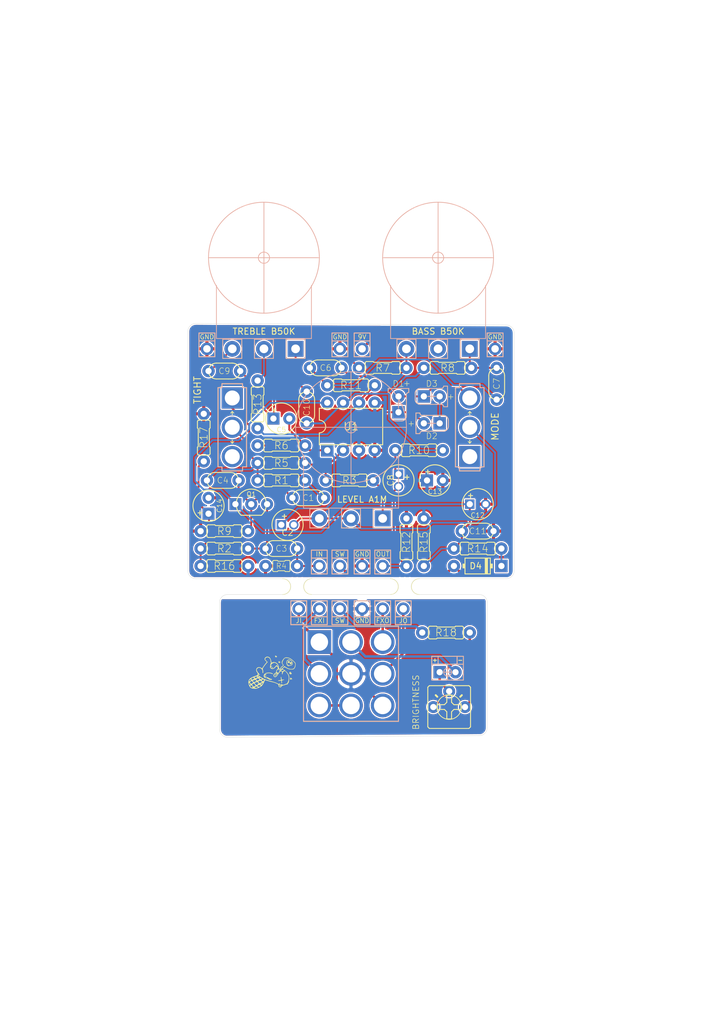
<source format=kicad_pcb>
(kicad_pcb (version 20171130) (host pcbnew "(5.1.8-0-10_14)")
  (layers (0 F.Cu signal) (31 B.Cu signal) (34 B.Paste user) (35 F.Paste user) (36 B.SilkS user) (37 F.SilkS user) (38 B.Mask user) (39 F.Mask user) (44 Edge.Cuts user))
  (net 0 "")
  (net 1 "Net-(C1-Pad2)")
  (net 2 "Net-(C1-Pad1)")
  (net 3 "Net-(C2-Pad2)")
  (net 4 "Net-(C2-Pad1)")
  (net 5 "Net-(C3-Pad2)")
  (net 6 "Net-(C3-Pad1)")
  (net 7 "Net-(C4-Pad1)")
  (net 8 "Net-(C5-Pad1)")
  (net 9 "Net-(C6-Pad2)")
  (net 10 "Net-(C6-Pad1)")
  (net 11 "Net-(C7-Pad1)")
  (net 12 "Net-(C8-Pad2)")
  (net 13 "Net-(C8-Pad1)")
  (net 14 "Net-(C9-Pad1)")
  (net 15 "Net-(C10-Pad2)")
  (net 16 "Net-(C10-Pad1)")
  (net 17 GND)
  (net 18 VA)
  (net 19 VB)
  (net 20 VC)
  (net 21 "Net-(D1-Pad2)")
  (net 22 "Net-(D1-Pad1)")
  (net 23 "Net-(D2-Pad1)")
  (net 24 "Net-(D4-Pad1)")
  (net 25 "Net-(D4-Pad2)")
  (net 26 "Net-(D5-Pad2)")
  (net 27 "Net-(D5-Pad1)")
  (net 28 "Net-(H7-Pad1)")
  (net 29 "Net-(H8-Pad1)")
  (net 30 "Net-(H10-Pad1)")
  (net 31 GND2)
  (net 32 "Net-(H13-Pad1)")
  (net 33 "Net-(H14-Pad1)")
  (net 34 "Net-(R3-Pad1)")
  (net 35 "Net-(R11-Pad2)")
  (net 36 "Net-(R13-Pad2)")
  (net 37 "Net-(R18-Pad2)")
  (net 38 "Net-(RV2-Pad2)")
  (net 39 "Net-(S1-PadP$3)")
  (net 40 "Net-(SW1-Pad1)")
  (net 41 "Net-(SW2-Pad3)")
  (module diodes:3MM_IO (layer F.Cu) (at 105.41 132.334 180)
    (fp_text reference D5 hide)
    (fp_text value LED hide)
    (pad 2 thru_hole rect (at 1.27 0) (size 2 2) (drill 1) (layers *.Cu *.Mask) (net 26 "Net-(D5-Pad2)"))
    (pad 1 thru_hole circle (at -1.27 0) (size 2 2) (drill 1) (layers *.Cu *.Mask) (net 27 "Net-(D5-Pad1)"))
  )
  (module logo:beaver (layer F.Cu) (at 77.216 132.334)
    (fp_text reference G*** hide)
    (fp_text value LOGO hide)
  )
  (module Panelization:mouse-bite-2.54mm-slot (layer F.Cu) (at 98.552 118.618)
    (fp_text reference mouse-bite-2.54mm-slot hide)
    (fp_text value VAL** hide)
    (pad "" np_thru_hole circle (at 0.8 1.1) (size 0.5 0.5) (drill 0.5) (layers *.Cu *.Mask))
    (pad "" np_thru_hole circle (at -0.8 1.1) (size 0.5 0.5) (drill 0.5) (layers *.Cu *.Mask))
    (pad "" np_thru_hole circle (at -0.8 -1.1) (size 0.5 0.5) (drill 0.5) (layers *.Cu *.Mask))
    (pad "" np_thru_hole circle (at 0.8 -1.1) (size 0.5 0.5) (drill 0.5) (layers *.Cu *.Mask))
    (pad "" np_thru_hole circle (at 0 1.1) (size 0.5 0.5) (drill 0.5) (layers *.Cu *.Mask))
    (pad "" np_thru_hole circle (at 0 -1.1) (size 0.5 0.5) (drill 0.5) (layers *.Cu *.Mask))
  )
  (module Panelization:mouse-bite-2.54mm-slot (layer F.Cu) (at 81.28 118.618)
    (fp_text reference mouse-bite-2.54mm-slot hide)
    (fp_text value VAL** hide)
    (pad "" np_thru_hole circle (at 0.8 1.1) (size 0.5 0.5) (drill 0.5) (layers *.Cu *.Mask))
    (pad "" np_thru_hole circle (at -0.8 1.1) (size 0.5 0.5) (drill 0.5) (layers *.Cu *.Mask))
    (pad "" np_thru_hole circle (at -0.8 -1.1) (size 0.5 0.5) (drill 0.5) (layers *.Cu *.Mask))
    (pad "" np_thru_hole circle (at 0.8 -1.1) (size 0.5 0.5) (drill 0.5) (layers *.Cu *.Mask))
    (pad "" np_thru_hole circle (at 0 1.1) (size 0.5 0.5) (drill 0.5) (layers *.Cu *.Mask))
    (pad "" np_thru_hole circle (at 0 -1.1) (size 0.5 0.5) (drill 0.5) (layers *.Cu *.Mask))
  )
  (module integrated_circuits:DIP08 (layer F.Cu) (at 89.916 92.964)
    (fp_text reference U1 (at 0 0) (layer F.SilkS) (effects (font (size 1.2065 1.2065) (thickness 0.1524))))
    (fp_text value LM1458 hide)
    (pad 8 thru_hole oval (at -3.81 -3.81 90) (size 2 2) (drill 1) (layers *.Cu *.Mask) (net 18 VA))
    (pad 7 thru_hole oval (at -1.27 -3.81 90) (size 2 2) (drill 1) (layers *.Cu *.Mask) (net 16 "Net-(C10-Pad1)"))
    (pad 6 thru_hole oval (at 1.27 -3.81 90) (size 2 2) (drill 1) (layers *.Cu *.Mask) (net 35 "Net-(R11-Pad2)"))
    (pad 5 thru_hole oval (at 3.81 -3.81 90) (size 2 2) (drill 1) (layers *.Cu *.Mask) (net 19 VB))
    (pad 4 thru_hole oval (at 3.81 3.81 90) (size 2 2) (drill 1) (layers *.Cu *.Mask) (net 17 GND))
    (pad 3 thru_hole oval (at 1.27 3.81 90) (size 2 2) (drill 1) (layers *.Cu *.Mask) (net 19 VB))
    (pad 2 thru_hole oval (at -1.27 3.81 90) (size 2 2) (drill 1) (layers *.Cu *.Mask) (net 22 "Net-(D1-Pad1)"))
    (pad 1 thru_hole rect (at -3.81 3.81 90) (size 2 2) (drill 1) (layers *.Cu *.Mask) (net 4 "Net-(C2-Pad1)"))
  )
  (module switches:SPDT.LUGS (layer F.Cu) (at 70.866 93.091)
    (fp_text reference SW2 hide)
    (fp_text value TIGHT (at -5.588 -5.969 270) (layer F.SilkS) (effects (font (size 1.1 1.1))))
    (pad 3 thru_hole oval (at 0 4.699) (size 3.416 3.416) (drill 2.4) (layers *.Cu *.Mask) (net 41 "Net-(SW2-Pad3)"))
    (pad 2 thru_hole oval (at 0 0) (size 3.416 3.416) (drill 2.4) (layers *.Cu *.Mask) (net 7 "Net-(C4-Pad1)"))
    (pad 1 thru_hole rect (at 0 -4.699) (size 3.416 3.416) (drill 2.4) (layers *.Cu *.Mask) (net 2 "Net-(C1-Pad1)"))
  )
  (module switches:SPDT.LUGS (layer F.Cu) (at 108.966 93.091 180)
    (fp_text reference SW1 hide)
    (fp_text value MODE (at -4.064 0.127 90) (layer F.SilkS) (effects (font (size 1.1 1.1))))
    (pad 3 thru_hole oval (at 0 4.699 180) (size 3.416 3.416) (drill 2.4) (layers *.Cu *.Mask) (net 21 "Net-(D1-Pad2)"))
    (pad 2 thru_hole oval (at 0 0 180) (size 3.416 3.416) (drill 2.4) (layers *.Cu *.Mask) (net 3 "Net-(C2-Pad2)"))
    (pad 1 thru_hole rect (at 0 -4.699 180) (size 3.416 3.416) (drill 2.4) (layers *.Cu *.Mask) (net 40 "Net-(SW1-Pad1)"))
  )
  (module SparkFun-Electromechanical:3PDT.LUGS.SPF (layer F.Cu) (at 89.916 132.588)
    (fp_text reference S1 hide)
    (fp_text value SWITCH-3PDT hide)
    (pad P$1 thru_hole rect (at -5.08 -5.08 180) (size 3.816 3.816) (drill 2.8) (layers *.Cu *.Mask) (net 28 "Net-(H7-Pad1)"))
    (pad P$2 thru_hole oval (at -5.08 0 180) (size 3.816 3.816) (drill 2.8) (layers *.Cu *.Mask) (net 29 "Net-(H8-Pad1)"))
    (pad P$3 thru_hole oval (at -5.08 5.08 180) (size 3.816 3.816) (drill 2.8) (layers *.Cu *.Mask) (net 39 "Net-(S1-PadP$3)"))
    (pad P$4 thru_hole oval (at 0 -5.08 180) (size 3.816 3.816) (drill 2.8) (layers *.Cu *.Mask) (net 27 "Net-(D5-Pad1)"))
    (pad P$5 thru_hole oval (at 0 0 180) (size 3.816 3.816) (drill 2.8) (layers *.Cu *.Mask) (net 31 GND2))
    (pad P$6 thru_hole oval (at 0 5.08 180) (size 3.816 3.816) (drill 2.8) (layers *.Cu *.Mask) (net 39 "Net-(S1-PadP$3)"))
    (pad P$7 thru_hole oval (at 5.08 -5.08 180) (size 3.816 3.816) (drill 2.8) (layers *.Cu *.Mask) (net 32 "Net-(H13-Pad1)"))
    (pad P$8 thru_hole oval (at 5.08 0 180) (size 3.816 3.816) (drill 2.8) (layers *.Cu *.Mask) (net 33 "Net-(H14-Pad1)"))
    (pad P$9 thru_hole oval (at 5.08 5.08 180) (size 3.816 3.816) (drill 2.8) (layers *.Cu *.Mask) (net 28 "Net-(H7-Pad1)"))
  )
  (module potentiometers:TRIM1 (layer F.Cu) (at 105.664 137.922)
    (fp_text reference RV4 hide)
    (fp_text value BRIGHTNESS (at -5.334 -0.762 90) (layer F.SilkS) (effects (font (size 0.9652 0.9652) (thickness 0.1))))
    (pad 3 thru_hole oval (at 2.54 0) (size 1.9304 1.9304) (drill 1) (layers *.Cu *.Mask) (net 37 "Net-(R18-Pad2)"))
    (pad 2 thru_hole oval (at 0 -2.54) (size 1.9304 1.9304) (drill 1) (layers *.Cu *.Mask) (net 26 "Net-(D5-Pad2)"))
    (pad 1 thru_hole oval (at -2.54 0) (size 1.9304 1.9304) (drill 1) (layers *.Cu *.Mask) (net 26 "Net-(D5-Pad2)"))
  )
  (module potentiometers:16MM_B.MOUNT (layer F.Cu) (at 75.946 80.518)
    (fp_text reference RV3 hide)
    (fp_text value "TREBLE B50K" (at 0 -2.794) (layer F.SilkS))
    (pad 3 thru_hole oval (at -5.08 0 180) (size 2.54 2.54) (drill 1.4) (layers *.Cu *.Mask) (net 14 "Net-(C9-Pad1)"))
    (pad 2 thru_hole oval (at 0 0 180) (size 2.54 2.54) (drill 1.4) (layers *.Cu *.Mask) (net 36 "Net-(R13-Pad2)"))
    (pad 1 thru_hole rect (at 5.08 0 180) (size 2.54 2.54) (drill 1.4) (layers *.Cu *.Mask) (net 15 "Net-(C10-Pad2)"))
  )
  (module potentiometers:16MM_B.MOUNT (layer F.Cu) (at 103.886 80.518)
    (fp_text reference RV2 hide)
    (fp_text value "BASS B50K" (at 0 -2.794) (layer F.SilkS))
    (pad 3 thru_hole oval (at -5.08 0 180) (size 2.54 2.54) (drill 1.4) (layers *.Cu *.Mask) (net 10 "Net-(C6-Pad1)"))
    (pad 2 thru_hole oval (at 0 0 180) (size 2.54 2.54) (drill 1.4) (layers *.Cu *.Mask) (net 38 "Net-(RV2-Pad2)"))
    (pad 1 thru_hole rect (at 5.08 0 180) (size 2.54 2.54) (drill 1.4) (layers *.Cu *.Mask) (net 11 "Net-(C7-Pad1)"))
  )
  (module potentiometers:16MM_B.MOUNT (layer F.Cu) (at 89.916 107.696)
    (fp_text reference RV1 hide)
    (fp_text value "LEVEL A1M" (at 1.778 -3.048) (layer F.SilkS))
    (pad 3 thru_hole oval (at -5.08 0 180) (size 2.54 2.54) (drill 1.4) (layers *.Cu *.Mask) (net 3 "Net-(C2-Pad2)"))
    (pad 2 thru_hole oval (at 0 0 180) (size 2.54 2.54) (drill 1.4) (layers *.Cu *.Mask) (net 3 "Net-(C2-Pad2)"))
    (pad 1 thru_hole rect (at 5.08 0 180) (size 2.54 2.54) (drill 1.4) (layers *.Cu *.Mask) (net 34 "Net-(R3-Pad1)"))
  )
  (module resistors:0.3%22.B (layer F.Cu) (at 105.156 125.984)
    (fp_text reference R18 (at 0 0) (layer F.SilkS) (effects (font (size 1.2065 1.2065) (thickness 0.1016))))
    (fp_text value 470R hide)
    (pad 2 thru_hole oval (at 3.81 0) (size 2 2) (drill 1) (layers *.Cu *.Mask) (net 37 "Net-(R18-Pad2)"))
    (pad 1 thru_hole oval (at -3.81 0) (size 2 2) (drill 1) (layers *.Cu *.Mask) (net 30 "Net-(H10-Pad1)"))
  )
  (module resistors:0.3%22.B (layer F.Cu) (at 66.294 94.742 90)
    (fp_text reference R17 (at 0 0 90) (layer F.SilkS) (effects (font (size 1.2065 1.2065) (thickness 0.1016))))
    (fp_text value 15K hide)
    (pad 2 thru_hole oval (at 3.81 0 90) (size 2 2) (drill 1) (layers *.Cu *.Mask) (net 17 GND))
    (pad 1 thru_hole oval (at -3.81 0 90) (size 2 2) (drill 1) (layers *.Cu *.Mask) (net 20 VC))
  )
  (module resistors:0.3%22.B (layer F.Cu) (at 69.596 115.316)
    (fp_text reference R16 (at 0 0) (layer F.SilkS) (effects (font (size 1.2065 1.2065) (thickness 0.1016))))
    (fp_text value 6K8 hide)
    (pad 2 thru_hole oval (at 3.81 0) (size 2 2) (drill 1) (layers *.Cu *.Mask) (net 19 VB))
    (pad 1 thru_hole oval (at -3.81 0) (size 2 2) (drill 1) (layers *.Cu *.Mask) (net 20 VC))
  )
  (module resistors:0.3%22.B (layer F.Cu) (at 101.6 111.506 270)
    (fp_text reference R15 (at 0 0 90) (layer F.SilkS) (effects (font (size 1.2065 1.2065) (thickness 0.1016))))
    (fp_text value 22K hide)
    (pad 2 thru_hole oval (at 3.81 0 270) (size 2 2) (drill 1) (layers *.Cu *.Mask) (net 18 VA))
    (pad 1 thru_hole oval (at -3.81 0 270) (size 2 2) (drill 1) (layers *.Cu *.Mask) (net 19 VB))
  )
  (module resistors:0.3%22.B (layer F.Cu) (at 110.236 112.522)
    (fp_text reference R14 (at 0 0) (layer F.SilkS) (effects (font (size 1.2065 1.2065) (thickness 0.1016))))
    (fp_text value 100R hide)
    (pad 2 thru_hole oval (at 3.81 0) (size 2 2) (drill 1) (layers *.Cu *.Mask) (net 24 "Net-(D4-Pad1)"))
    (pad 1 thru_hole oval (at -3.81 0) (size 2 2) (drill 1) (layers *.Cu *.Mask) (net 18 VA))
  )
  (module resistors:0.3%22.B (layer F.Cu) (at 74.93 89.408 90)
    (fp_text reference R13 (at 0 0 90) (layer F.SilkS) (effects (font (size 1.2065 1.2065) (thickness 0.1016))))
    (fp_text value 10K hide)
    (pad 2 thru_hole oval (at 3.81 0 90) (size 2 2) (drill 1) (layers *.Cu *.Mask) (net 36 "Net-(R13-Pad2)"))
    (pad 1 thru_hole oval (at -3.81 0 90) (size 2 2) (drill 1) (layers *.Cu *.Mask) (net 35 "Net-(R11-Pad2)"))
  )
  (module resistors:0.3%22.B (layer F.Cu) (at 98.806 111.506 90)
    (fp_text reference R12 (at 0 0 90) (layer F.SilkS) (effects (font (size 1.2065 1.2065) (thickness 0.1016))))
    (fp_text value 100K hide)
    (pad 2 thru_hole oval (at 3.81 0 90) (size 2 2) (drill 1) (layers *.Cu *.Mask) (net 17 GND))
    (pad 1 thru_hole oval (at -3.81 0 90) (size 2 2) (drill 1) (layers *.Cu *.Mask) (net 12 "Net-(C8-Pad2)"))
  )
  (module resistors:0.3%22.B (layer F.Cu) (at 89.916 86.36)
    (fp_text reference R11 (at 0 0) (layer F.SilkS) (effects (font (size 1.2065 1.2065) (thickness 0.1016))))
    (fp_text value 33K hide)
    (pad 2 thru_hole oval (at 3.81 0) (size 2 2) (drill 1) (layers *.Cu *.Mask) (net 35 "Net-(R11-Pad2)"))
    (pad 1 thru_hole oval (at -3.81 0) (size 2 2) (drill 1) (layers *.Cu *.Mask) (net 9 "Net-(C6-Pad2)"))
  )
  (module resistors:0.3%22.B (layer F.Cu) (at 100.838 96.774)
    (fp_text reference R10 (at 0 0) (layer F.SilkS) (effects (font (size 1.2065 1.2065) (thickness 0.1016))))
    (fp_text value 470R hide)
    (pad 2 thru_hole oval (at 3.81 0) (size 2 2) (drill 1) (layers *.Cu *.Mask) (net 16 "Net-(C10-Pad1)"))
    (pad 1 thru_hole oval (at -3.81 0) (size 2 2) (drill 1) (layers *.Cu *.Mask) (net 13 "Net-(C8-Pad1)"))
  )
  (module resistors:0.3%22.B (layer F.Cu) (at 69.596 109.728 180)
    (fp_text reference R9 (at 0 0) (layer F.SilkS) (effects (font (size 1.2065 1.2065) (thickness 0.1016))))
    (fp_text value 10K hide)
    (pad 2 thru_hole oval (at 3.81 0 180) (size 2 2) (drill 1) (layers *.Cu *.Mask) (net 17 GND))
    (pad 1 thru_hole oval (at -3.81 0 180) (size 2 2) (drill 1) (layers *.Cu *.Mask) (net 1 "Net-(C1-Pad2)"))
  )
  (module resistors:0.3%22.B (layer F.Cu) (at 105.41 83.566)
    (fp_text reference R8 (at 0 0) (layer F.SilkS) (effects (font (size 1.2065 1.2065) (thickness 0.1016))))
    (fp_text value 8K2 hide)
    (pad 2 thru_hole oval (at 3.81 0) (size 2 2) (drill 1) (layers *.Cu *.Mask) (net 11 "Net-(C7-Pad1)"))
    (pad 1 thru_hole oval (at -3.81 0) (size 2 2) (drill 1) (layers *.Cu *.Mask) (net 16 "Net-(C10-Pad1)"))
  )
  (module resistors:0.3%22.B (layer F.Cu) (at 94.996 83.566 180)
    (fp_text reference R7 (at 0 0) (layer F.SilkS) (effects (font (size 1.2065 1.2065) (thickness 0.1016))))
    (fp_text value 8K2 hide)
    (pad 2 thru_hole oval (at 3.81 0 180) (size 2 2) (drill 1) (layers *.Cu *.Mask) (net 8 "Net-(C5-Pad1)"))
    (pad 1 thru_hole oval (at -3.81 0 180) (size 2 2) (drill 1) (layers *.Cu *.Mask) (net 10 "Net-(C6-Pad1)"))
  )
  (module resistors:0.3%22.B (layer F.Cu) (at 78.74 96.012 180)
    (fp_text reference R6 (at 0 0) (layer F.SilkS) (effects (font (size 1.2065 1.2065) (thickness 0.1016))))
    (fp_text value 680K hide)
    (pad 2 thru_hole oval (at 3.81 0 180) (size 2 2) (drill 1) (layers *.Cu *.Mask) (net 22 "Net-(D1-Pad1)"))
    (pad 1 thru_hole oval (at -3.81 0 180) (size 2 2) (drill 1) (layers *.Cu *.Mask) (net 4 "Net-(C2-Pad1)"))
  )
  (module resistors:0.3%22.B (layer F.Cu) (at 78.74 98.806 180)
    (fp_text reference R5 (at 0 0) (layer F.SilkS) (effects (font (size 1.2065 1.2065) (thickness 0.1016))))
    (fp_text value 15K hide)
    (pad 2 thru_hole oval (at 3.81 0 180) (size 2 2) (drill 1) (layers *.Cu *.Mask) (net 7 "Net-(C4-Pad1)"))
    (pad 1 thru_hole oval (at -3.81 0 180) (size 2 2) (drill 1) (layers *.Cu *.Mask) (net 22 "Net-(D1-Pad1)"))
  )
  (module resistors:0.2%22 (layer F.Cu) (at 78.74 115.316 180)
    (fp_text reference R4 (at 0 0) (layer F.SilkS) (effects (font (size 0.86868 0.86868) (thickness 0.073152))))
    (fp_text value 2M2 hide)
    (pad 2 thru_hole oval (at 2.54 0 180) (size 2 2) (drill 1) (layers *.Cu *.Mask) (net 17 GND))
    (pad 1 thru_hole oval (at -2.54 0 180) (size 2 2) (drill 1) (layers *.Cu *.Mask) (net 5 "Net-(C3-Pad2)"))
  )
  (module resistors:0.3%22.B (layer F.Cu) (at 89.662 101.6 180)
    (fp_text reference R3 (at 0 0) (layer F.SilkS) (effects (font (size 1.2065 1.2065) (thickness 0.1016))))
    (fp_text value 15K hide)
    (pad 2 thru_hole oval (at 3.81 0 180) (size 2 2) (drill 1) (layers *.Cu *.Mask) (net 22 "Net-(D1-Pad1)"))
    (pad 1 thru_hole oval (at -3.81 0 180) (size 2 2) (drill 1) (layers *.Cu *.Mask) (net 34 "Net-(R3-Pad1)"))
  )
  (module resistors:0.3%22.B (layer F.Cu) (at 69.596 112.522)
    (fp_text reference R2 (at 0 0) (layer F.SilkS) (effects (font (size 1.2065 1.2065) (thickness 0.1016))))
    (fp_text value 3M3 hide)
    (pad 2 thru_hole oval (at 3.81 0) (size 2 2) (drill 1) (layers *.Cu *.Mask) (net 6 "Net-(C3-Pad1)"))
    (pad 1 thru_hole oval (at -3.81 0) (size 2 2) (drill 1) (layers *.Cu *.Mask) (net 20 VC))
  )
  (module resistors:0.3%22.B (layer F.Cu) (at 78.74 101.6)
    (fp_text reference R1 (at 0 0) (layer F.SilkS) (effects (font (size 1.2065 1.2065) (thickness 0.1016))))
    (fp_text value 470K hide)
    (pad 2 thru_hole oval (at 3.81 0) (size 2 2) (drill 1) (layers *.Cu *.Mask) (net 2 "Net-(C1-Pad1)"))
    (pad 1 thru_hole oval (at -3.81 0) (size 2 2) (drill 1) (layers *.Cu *.Mask) (net 7 "Net-(C4-Pad1)"))
  )
  (module transistors-FET:TO92 (layer F.Cu) (at 73.914 105.41)
    (fp_text reference Q1 (at 0 -1.5875) (layer F.SilkS) (effects (font (size 0.75 0.75) (thickness 0.1))))
    (fp_text value 2N5457 hide)
    (pad 1 thru_hole rect (at -2.54 0) (size 1.9304 1.9304) (drill 1) (layers *.Cu *.Mask) (net 18 VA))
    (pad 2 thru_hole oval (at 0 0) (size 1.9304 1.9304) (drill 1) (layers *.Cu *.Mask) (net 1 "Net-(C1-Pad2)"))
    (pad 3 thru_hole oval (at 2.54 0) (size 1.9304 1.9304) (drill 1) (layers *.Cu *.Mask) (net 6 "Net-(C3-Pad1)"))
  )
  (module supply_pins:PAD1 (layer F.Cu) (at 98.298 122.174)
    (fp_text reference H14 hide)
    (fp_text value JO (at 0 1.905) (layer F.SilkS) (effects (font (size 0.75 0.75) (thickness 0.1))))
    (pad 1 thru_hole oval (at 0 0) (size 2.032 2.032) (drill 1.2) (layers *.Cu *.Mask) (net 33 "Net-(H14-Pad1)"))
  )
  (module supply_pins:PAD1 (layer F.Cu) (at 94.996 122.174)
    (fp_text reference H13 hide)
    (fp_text value FXO (at 0 1.905) (layer F.SilkS) (effects (font (size 0.75 0.75) (thickness 0.1))))
    (pad 1 thru_hole oval (at 0 0) (size 2.032 2.032) (drill 1.2) (layers *.Cu *.Mask) (net 32 "Net-(H13-Pad1)"))
  )
  (module supply_pins:PAD1 (layer F.Cu) (at 113.03 80.518 180)
    (fp_text reference H12 hide)
    (fp_text value GND (at 0 1.905) (layer F.SilkS) (effects (font (size 0.75 0.75) (thickness 0.1))))
    (pad 1 thru_hole oval (at 0 0 180) (size 2.032 2.032) (drill 1.2) (layers *.Cu *.Mask) (net 17 GND))
  )
  (module supply_pins:PAD1 (layer F.Cu) (at 91.694 122.174)
    (fp_text reference H11 hide)
    (fp_text value GND (at 0 1.905) (layer F.SilkS) (effects (font (size 0.75 0.75) (thickness 0.1))))
    (pad 1 thru_hole oval (at 0 0) (size 2.032 2.032) (drill 1.2) (layers *.Cu *.Mask) (net 31 GND2))
  )
  (module supply_pins:PAD1 (layer F.Cu) (at 88.138 122.174)
    (fp_text reference H10 hide)
    (fp_text value SW (at 0 1.905) (layer F.SilkS) (effects (font (size 0.75 0.75) (thickness 0.1))))
    (pad 1 thru_hole oval (at 0 0) (size 2.032 2.032) (drill 1.2) (layers *.Cu *.Mask) (net 30 "Net-(H10-Pad1)"))
  )
  (module supply_pins:PAD1 (layer F.Cu) (at 91.694 80.518 180)
    (fp_text reference H9 hide)
    (fp_text value 9V (at 0 1.905) (layer F.SilkS) (effects (font (size 0.75 0.75) (thickness 0.1))))
    (pad 1 thru_hole oval (at 0 0 180) (size 2.032 2.032) (drill 1.2) (layers *.Cu *.Mask) (net 25 "Net-(D4-Pad2)"))
  )
  (module supply_pins:PAD1 (layer F.Cu) (at 84.836 122.174)
    (fp_text reference H8 hide)
    (fp_text value FXI (at 0 1.905) (layer F.SilkS) (effects (font (size 0.75 0.75) (thickness 0.1))))
    (pad 1 thru_hole oval (at 0 0) (size 2.032 2.032) (drill 1.2) (layers *.Cu *.Mask) (net 29 "Net-(H8-Pad1)"))
  )
  (module supply_pins:PAD1 (layer F.Cu) (at 81.534 122.174)
    (fp_text reference H7 hide)
    (fp_text value JI (at 0 1.905) (layer F.SilkS) (effects (font (size 0.75 0.75) (thickness 0.1))))
    (pad 1 thru_hole oval (at 0 0) (size 2.032 2.032) (drill 1.2) (layers *.Cu *.Mask) (net 28 "Net-(H7-Pad1)"))
  )
  (module supply_pins:PAD1 (layer F.Cu) (at 88.138 115.316 180)
    (fp_text reference H6 hide)
    (fp_text value SW (at 0 1.905) (layer F.SilkS) (effects (font (size 0.75 0.75) (thickness 0.1))))
    (pad 1 thru_hole oval (at 0 0 180) (size 2.032 2.032) (drill 1.2) (layers *.Cu *.Mask) (net 25 "Net-(D4-Pad2)"))
  )
  (module supply_pins:PAD1 (layer F.Cu) (at 88.138 80.518 180)
    (fp_text reference H5 hide)
    (fp_text value GND (at 0 1.905) (layer F.SilkS) (effects (font (size 0.75 0.75) (thickness 0.1))))
    (pad 1 thru_hole oval (at 0 0 180) (size 2.032 2.032) (drill 1.2) (layers *.Cu *.Mask) (net 17 GND))
  )
  (module supply_pins:PAD1 (layer F.Cu) (at 94.996 115.316 180)
    (fp_text reference H4 hide)
    (fp_text value OUT (at 0 1.905) (layer F.SilkS) (effects (font (size 0.75 0.75) (thickness 0.1))))
    (pad 1 thru_hole oval (at 0 0 180) (size 2.032 2.032) (drill 1.2) (layers *.Cu *.Mask) (net 12 "Net-(C8-Pad2)"))
  )
  (module supply_pins:PAD1 (layer F.Cu) (at 66.802 80.518 180)
    (fp_text reference H3 hide)
    (fp_text value GND (at 0 1.905) (layer F.SilkS) (effects (font (size 0.75 0.75) (thickness 0.1))))
    (pad 1 thru_hole oval (at 0 0 180) (size 2.032 2.032) (drill 1.2) (layers *.Cu *.Mask) (net 17 GND))
  )
  (module supply_pins:PAD1 (layer F.Cu) (at 91.694 115.316 180)
    (fp_text reference H2 hide)
    (fp_text value GND (at 0 1.905) (layer F.SilkS) (effects (font (size 0.75 0.75) (thickness 0.1))))
    (pad 1 thru_hole oval (at 0 0 180) (size 2.032 2.032) (drill 1.2) (layers *.Cu *.Mask) (net 17 GND))
  )
  (module supply_pins:PAD1 (layer F.Cu) (at 84.836 115.316 180)
    (fp_text reference H1 hide)
    (fp_text value IN (at 0 1.905) (layer F.SilkS) (effects (font (size 0.75 0.75) (thickness 0.1))))
    (pad 1 thru_hole oval (at 0 0 180) (size 2.032 2.032) (drill 1.2) (layers *.Cu *.Mask) (net 5 "Net-(C3-Pad2)"))
  )
  (module diodes:DO41-3 (layer F.Cu) (at 110.236 115.316 180)
    (fp_text reference D4 (at 0.3175 0) (layer F.SilkS))
    (fp_text value 1N5817 hide)
    (pad 1 thru_hole rect (at -3.81 0 180) (size 2 2) (drill 1) (layers *.Cu *.Mask) (net 24 "Net-(D4-Pad1)"))
    (pad 2 thru_hole oval (at 3.81 0 180) (size 2 2) (drill 1) (layers *.Cu *.Mask) (net 25 "Net-(D4-Pad2)"))
  )
  (module diodes:3MM_1 (layer F.Cu) (at 102.87 88.138)
    (fp_text reference D3 (at 0 -2.032) (layer F.SilkS) (effects (font (size 0.9652 0.9652) (thickness 0.08128))))
    (fp_text value LED hide)
    (fp_text user + (at 3.048 0) (layer F.SilkS) (effects (font (size 0.9652 0.9652) (thickness 0.08128))))
    (pad 2 thru_hole oval (at 1.27 0) (size 2 2) (drill 1) (layers *.Cu *.Mask) (net 23 "Net-(D2-Pad1)"))
    (pad 1 thru_hole rect (at -1.27 0) (size 2 2) (drill 1) (layers *.Cu *.Mask) (net 21 "Net-(D1-Pad2)"))
  )
  (module diodes:3MM_1 (layer F.Cu) (at 102.87 92.456 180)
    (fp_text reference D2 (at 0 -2.032) (layer F.SilkS) (effects (font (size 0.9652 0.9652) (thickness 0.08128))))
    (fp_text value LED hide)
    (fp_text user + (at 3.302 0 180) (layer F.SilkS) (effects (font (size 0.9652 0.9652) (thickness 0.08128))))
    (pad 2 thru_hole oval (at 1.27 0 180) (size 2 2) (drill 1) (layers *.Cu *.Mask) (net 22 "Net-(D1-Pad1)"))
    (pad 1 thru_hole rect (at -1.27 0 180) (size 2 2) (drill 1) (layers *.Cu *.Mask) (net 23 "Net-(D2-Pad1)"))
  )
  (module diodes:3MM_1 (layer F.Cu) (at 97.536 89.408 90)
    (fp_text reference D1 (at 3.302 0 180) (layer F.SilkS) (effects (font (size 0.9652 0.9652) (thickness 0.08128))))
    (fp_text value LED hide)
    (fp_text user + (at 3.302 1.27 90) (layer F.SilkS) (effects (font (size 0.9652 0.9652) (thickness 0.08128))))
    (pad 2 thru_hole oval (at 1.27 0 90) (size 2 2) (drill 1) (layers *.Cu *.Mask) (net 21 "Net-(D1-Pad2)"))
    (pad 1 thru_hole rect (at -1.27 0 90) (size 2 2) (drill 1) (layers *.Cu *.Mask) (net 22 "Net-(D1-Pad1)"))
  )
  (module caps-elec:0502 (layer F.Cu) (at 67.056 105.664 90)
    (fp_text reference C14 (at 0 1.778 90) (layer F.SilkS) (effects (font (size 0.77216 0.77216) (thickness 0.097536))))
    (fp_text value 10uF hide)
    (pad 2 thru_hole oval (at 1.27 0 90) (size 1.9304 1.9304) (drill 1) (layers *.Cu *.Mask) (net 17 GND))
    (pad 1 thru_hole rect (at -1.27 0 90) (size 1.9304 1.9304) (drill 1) (layers *.Cu *.Mask) (net 20 VC))
  )
  (module caps-elec:0502 (layer F.Cu) (at 103.378 101.6)
    (fp_text reference C13 (at 0 1.778) (layer F.SilkS) (effects (font (size 0.77216 0.77216) (thickness 0.097536))))
    (fp_text value 47uF hide)
    (pad 2 thru_hole oval (at 1.27 0) (size 1.9304 1.9304) (drill 1) (layers *.Cu *.Mask) (net 17 GND))
    (pad 1 thru_hole rect (at -1.27 0) (size 1.9304 1.9304) (drill 1) (layers *.Cu *.Mask) (net 19 VB))
  )
  (module caps-elec:0503 (layer F.Cu) (at 110.236 105.41)
    (fp_text reference C12 (at 0 1.778) (layer F.SilkS) (effects (font (size 0.77216 0.77216) (thickness 0.097536))))
    (fp_text value 100uF hide)
    (pad 2 thru_hole oval (at 1.27 0) (size 1.508 1.508) (drill 1) (layers *.Cu *.Mask) (net 17 GND))
    (pad 1 thru_hole rect (at -1.27 0) (size 1.508 1.508) (drill 1) (layers *.Cu *.Mask) (net 18 VA))
  )
  (module caps-film:0.2%22.SML (layer F.Cu) (at 110.236 109.728)
    (fp_text reference C11 (at 0 0) (layer F.SilkS) (effects (font (size 0.9652 0.9652) (thickness 0.08128))))
    (fp_text value 100nF hide)
    (pad 2 thru_hole oval (at 2.54 0) (size 2 2) (drill 1) (layers *.Cu *.Mask) (net 17 GND))
    (pad 1 thru_hole oval (at -2.54 0) (size 2 2) (drill 1) (layers *.Cu *.Mask) (net 18 VA))
  )
  (module caps-film:0.2%22.SML (layer F.Cu) (at 82.804 89.916 90)
    (fp_text reference C10 (at 0 0 90) (layer F.SilkS) (effects (font (size 0.9652 0.9652) (thickness 0.08128))))
    (fp_text value 5.6nF hide)
    (pad 2 thru_hole oval (at 2.54 0 90) (size 2 2) (drill 1) (layers *.Cu *.Mask) (net 15 "Net-(C10-Pad2)"))
    (pad 1 thru_hole oval (at -2.54 0 90) (size 2 2) (drill 1) (layers *.Cu *.Mask) (net 16 "Net-(C10-Pad1)"))
  )
  (module caps-film:0.2%22.SML (layer F.Cu) (at 69.596 84.074)
    (fp_text reference C9 (at 0 0) (layer F.SilkS) (effects (font (size 0.9652 0.9652) (thickness 0.08128))))
    (fp_text value 5.6nF hide)
    (pad 2 thru_hole oval (at 2.54 0) (size 2 2) (drill 1) (layers *.Cu *.Mask) (net 8 "Net-(C5-Pad1)"))
    (pad 1 thru_hole oval (at -2.54 0) (size 2 2) (drill 1) (layers *.Cu *.Mask) (net 14 "Net-(C9-Pad1)"))
  )
  (module caps-elec:0501 (layer F.Cu) (at 97.536 101.6 270)
    (fp_text reference C8 (at 0 1.27 90) (layer F.SilkS) (effects (font (size 0.9652 0.9652) (thickness 0.12192))))
    (fp_text value 10uF hide)
    (pad 2 thru_hole oval (at 1 0 270) (size 1.508 1.508) (drill 1) (layers *.Cu *.Mask) (net 12 "Net-(C8-Pad2)"))
    (pad 1 thru_hole rect (at -1 0 270) (size 1.508 1.508) (drill 1) (layers *.Cu *.Mask) (net 13 "Net-(C8-Pad1)"))
  )
  (module caps-film:0.2%22.SML (layer F.Cu) (at 113.284 86.106 270)
    (fp_text reference C7 (at 0 0 90) (layer F.SilkS) (effects (font (size 0.9652 0.9652) (thickness 0.08128))))
    (fp_text value 33nF hide)
    (pad 2 thru_hole oval (at 2.54 0 270) (size 2 2) (drill 1) (layers *.Cu *.Mask) (net 9 "Net-(C6-Pad2)"))
    (pad 1 thru_hole oval (at -2.54 0 270) (size 2 2) (drill 1) (layers *.Cu *.Mask) (net 11 "Net-(C7-Pad1)"))
  )
  (module caps-film:0.2%22.SML (layer F.Cu) (at 85.852 83.566 180)
    (fp_text reference C6 (at 0 0) (layer F.SilkS) (effects (font (size 0.9652 0.9652) (thickness 0.08128))))
    (fp_text value 33nF hide)
    (pad 2 thru_hole oval (at 2.54 0 180) (size 2 2) (drill 1) (layers *.Cu *.Mask) (net 9 "Net-(C6-Pad2)"))
    (pad 1 thru_hole oval (at -2.54 0 180) (size 2 2) (drill 1) (layers *.Cu *.Mask) (net 10 "Net-(C6-Pad1)"))
  )
  (module caps-elec:0502 (layer F.Cu) (at 78.74 91.694)
    (fp_text reference C5 (at 0 1.778) (layer F.SilkS) (effects (font (size 0.77216 0.77216) (thickness 0.097536))))
    (fp_text value 10uF hide)
    (pad 2 thru_hole oval (at 1.27 0) (size 1.9304 1.9304) (drill 1) (layers *.Cu *.Mask) (net 4 "Net-(C2-Pad1)"))
    (pad 1 thru_hole rect (at -1.27 0) (size 1.9304 1.9304) (drill 1) (layers *.Cu *.Mask) (net 8 "Net-(C5-Pad1)"))
  )
  (module caps-film:0.2%22.SML (layer F.Cu) (at 69.342 101.6)
    (fp_text reference C4 (at 0 0) (layer F.SilkS) (effects (font (size 0.9652 0.9652) (thickness 0.08128))))
    (fp_text value 47nF hide)
    (pad 2 thru_hole oval (at 2.54 0) (size 2 2) (drill 1) (layers *.Cu *.Mask) (net 1 "Net-(C1-Pad2)"))
    (pad 1 thru_hole oval (at -2.54 0) (size 2 2) (drill 1) (layers *.Cu *.Mask) (net 7 "Net-(C4-Pad1)"))
  )
  (module caps-film:0.2%22.SML (layer F.Cu) (at 78.74 112.522)
    (fp_text reference C3 (at 0 0) (layer F.SilkS) (effects (font (size 0.9652 0.9652) (thickness 0.08128))))
    (fp_text value 10nF hide)
    (pad 2 thru_hole oval (at 2.54 0) (size 2 2) (drill 1) (layers *.Cu *.Mask) (net 5 "Net-(C3-Pad2)"))
    (pad 1 thru_hole oval (at -2.54 0) (size 2 2) (drill 1) (layers *.Cu *.Mask) (net 6 "Net-(C3-Pad1)"))
  )
  (module caps-elec:0501 (layer F.Cu) (at 79.74 108.712)
    (fp_text reference C2 (at 0 1.27) (layer F.SilkS) (effects (font (size 0.9652 0.9652) (thickness 0.12192))))
    (fp_text value 10uF hide)
    (pad 2 thru_hole oval (at 1 0) (size 1.508 1.508) (drill 1) (layers *.Cu *.Mask) (net 3 "Net-(C2-Pad2)"))
    (pad 1 thru_hole rect (at -1 0) (size 1.508 1.508) (drill 1) (layers *.Cu *.Mask) (net 4 "Net-(C2-Pad1)"))
  )
  (module caps-film:0.2%22.SML (layer F.Cu) (at 83.058 104.394 180)
    (fp_text reference C1 (at 0 0) (layer F.SilkS) (effects (font (size 0.9652 0.9652) (thickness 0.08128))))
    (fp_text value 470nF hide)
    (pad 2 thru_hole oval (at 2.54 0 180) (size 2 2) (drill 1) (layers *.Cu *.Mask) (net 1 "Net-(C1-Pad2)"))
    (pad 1 thru_hole oval (at -2.54 0 180) (size 2 2) (drill 1) (layers *.Cu *.Mask) (net 2 "Net-(C1-Pad1)"))
  )
  (module enclosures:1590B (layer F.Cu) (at 89.916 106.68)
    (fp_text reference "" (at 0 0) (layer F.SilkS) (effects (font (size 1.524 1.524))))
    (fp_text value "" (at 0 0) (layer F.SilkS) (effects (font (size 1.524 1.524))))
  )
  (gr_line (start 116.078 77.978) (end 116.078 116.078) (layer Edge.Cuts) (width 0.05))
  (gr_line (start 65.024 76.454) (end 114.808 76.708) (layer Edge.Cuts) (width 0.05))
  (gr_line (start 63.754 116.078) (end 63.754 77.724) (layer Edge.Cuts) (width 0.05))
  (gr_line (start 68.834 121.158) (end 68.834 141.478) (layer Edge.Cuts) (width 0.05))
  (gr_line (start 110.49 142.494) (end 70.104 142.748) (layer Edge.Cuts) (width 0.05))
  (gr_line (start 111.76 121.158) (end 111.76 141.224) (layer Edge.Cuts) (width 0.05))
  (gr_line (start 100.838 119.888) (end 110.49 119.888) (layer Edge.Cuts) (width 0.05))
  (gr_line (start 78.994 119.888) (end 70.104 119.888) (layer Edge.Cuts) (width 0.05))
  (gr_line (start 78.994 117.348) (end 65.024 117.348) (layer Edge.Cuts) (width 0.05))
  (gr_line (start 100.838 117.348) (end 114.808 117.348) (layer Edge.Cuts) (width 0.05))
  (gr_arc (start 110.49 141.224) (end 110.49 142.494) (angle -90) (layer Edge.Cuts) (width 0.05))
  (gr_arc (start 70.104 141.478) (end 68.834 141.478) (angle -90) (layer Edge.Cuts) (width 0.05))
  (gr_arc (start 70.104 121.158) (end 70.104 119.888) (angle -90) (layer Edge.Cuts) (width 0.05))
  (gr_arc (start 110.49 121.158) (end 111.76 121.158) (angle -90) (layer Edge.Cuts) (width 0.05))
  (gr_line (start 96.266 119.888) (end 83.566 119.888) (layer Edge.Cuts) (width 0.05))
  (gr_line (start 83.566 117.348) (end 96.266 117.348) (layer Edge.Cuts) (width 0.05))
  (gr_arc (start 78.994 118.618) (end 78.994 119.888) (angle -180) (layer Edge.Cuts) (width 0.05))
  (gr_arc (start 83.566 118.618) (end 83.566 117.348) (angle -180) (layer Edge.Cuts) (width 0.05))
  (gr_arc (start 96.266 118.618) (end 96.266 119.888) (angle -180) (layer Edge.Cuts) (width 0.05))
  (gr_arc (start 100.838 118.618) (end 100.838 117.348) (angle -180) (layer Edge.Cuts) (width 0.05))
  (gr_arc (start 114.808 116.078) (end 114.808 117.348) (angle -90) (layer Edge.Cuts) (width 0.05))
  (gr_arc (start 65.024 116.078) (end 63.754 116.078) (angle -90) (layer Edge.Cuts) (width 0.05))
  (gr_arc (start 65.024 77.724) (end 65.024 76.454) (angle -90) (layer Edge.Cuts) (width 0.05))
  (gr_arc (start 114.808 77.978) (end 116.078 77.978) (angle -90) (layer Edge.Cuts) (width 0.05))
  (segment (start 71.882 103.378) (end 73.914 105.41) (width 0.3) (layer F.Cu) (net 1))
  (segment (start 71.882 101.6) (end 71.882 103.378) (width 0.3) (layer F.Cu) (net 1))
  (segment (start 73.914 109.22) (end 73.406 109.728) (width 0.3) (layer F.Cu) (net 1))
  (segment (start 73.914 105.41) (end 73.914 109.22) (width 0.3) (layer F.Cu) (net 1))
  (segment (start 79.518001 103.394001) (end 80.518 104.394) (width 0.3) (layer F.Cu) (net 1))
  (segment (start 75.929999 103.394001) (end 79.518001 103.394001) (width 0.3) (layer F.Cu) (net 1))
  (segment (start 73.914 105.41) (end 75.929999 103.394001) (width 0.3) (layer F.Cu) (net 1))
  (segment (start 85.344 104.394) (end 85.598 104.394) (width 0.3) (layer B.Cu) (net 2))
  (segment (start 82.55 101.6) (end 85.344 104.394) (width 0.3) (layer B.Cu) (net 2))
  (segment (start 74.281999 97.362001) (end 78.312001 97.362001) (width 0.3) (layer F.Cu) (net 2))
  (segment (start 73.579999 96.660001) (end 74.281999 97.362001) (width 0.3) (layer F.Cu) (net 2))
  (segment (start 73.579999 92.759157) (end 73.579999 96.660001) (width 0.3) (layer F.Cu) (net 2))
  (segment (start 78.312001 97.362001) (end 82.55 101.6) (width 0.3) (layer F.Cu) (net 2))
  (segment (start 70.866 90.045158) (end 73.579999 92.759157) (width 0.3) (layer F.Cu) (net 2))
  (segment (start 70.866 88.392) (end 70.866 90.045158) (width 0.3) (layer F.Cu) (net 2))
  (segment (start 84.836 107.696) (end 89.916 107.696) (width 0.3) (layer F.Cu) (net 3))
  (segment (start 81.756 107.696) (end 80.74 108.712) (width 0.3) (layer F.Cu) (net 3))
  (segment (start 84.836 107.696) (end 81.756 107.696) (width 0.3) (layer F.Cu) (net 3))
  (segment (start 101.978001 109.316001) (end 91.536001 109.316001) (width 0.3) (layer B.Cu) (net 3))
  (segment (start 102.916003 108.377999) (end 101.978001 109.316001) (width 0.3) (layer B.Cu) (net 3))
  (segment (start 110.091922 108.458) (end 108.424002 108.458) (width 0.3) (layer B.Cu) (net 3))
  (segment (start 91.536001 109.316001) (end 89.916 107.696) (width 0.3) (layer B.Cu) (net 3))
  (segment (start 108.344001 108.377999) (end 102.916003 108.377999) (width 0.3) (layer B.Cu) (net 3))
  (segment (start 113.03 105.519922) (end 110.091922 108.458) (width 0.3) (layer B.Cu) (net 3))
  (segment (start 108.424002 108.458) (end 108.344001 108.377999) (width 0.3) (layer B.Cu) (net 3))
  (segment (start 113.03 97.155) (end 113.03 105.519922) (width 0.3) (layer B.Cu) (net 3))
  (segment (start 108.966 93.091) (end 113.03 97.155) (width 0.3) (layer B.Cu) (net 3))
  (segment (start 83.312 96.774) (end 82.55 96.012) (width 0.3) (layer F.Cu) (net 4))
  (segment (start 86.106 96.774) (end 83.312 96.774) (width 0.3) (layer F.Cu) (net 4))
  (segment (start 81.376001 106.075999) (end 78.74 108.712) (width 0.3) (layer B.Cu) (net 4))
  (segment (start 85.914003 106.075999) (end 81.376001 106.075999) (width 0.3) (layer B.Cu) (net 4))
  (segment (start 87.202001 104.788001) (end 85.914003 106.075999) (width 0.3) (layer B.Cu) (net 4))
  (segment (start 87.202001 97.870001) (end 87.202001 104.788001) (width 0.3) (layer B.Cu) (net 4))
  (segment (start 86.106 96.774) (end 87.202001 97.870001) (width 0.3) (layer B.Cu) (net 4))
  (segment (start 80.01 93.472) (end 82.55 96.012) (width 0.3) (layer F.Cu) (net 4))
  (segment (start 80.01 91.694) (end 80.01 93.472) (width 0.3) (layer F.Cu) (net 4))
  (segment (start 84.836 115.316) (end 81.28 115.316) (width 0.3) (layer F.Cu) (net 5))
  (segment (start 81.28 112.522) (end 81.28 115.316) (width 0.3) (layer F.Cu) (net 5))
  (segment (start 76.2 112.522) (end 73.406 112.522) (width 0.3) (layer F.Cu) (net 6))
  (segment (start 76.454 112.268) (end 76.2 112.522) (width 0.3) (layer F.Cu) (net 6))
  (segment (start 76.454 105.41) (end 76.454 112.268) (width 0.3) (layer F.Cu) (net 6))
  (segment (start 74.93 98.806) (end 74.93 101.6) (width 0.3) (layer F.Cu) (net 7))
  (segment (start 72.924001 95.149001) (end 72.924001 96.800001) (width 0.3) (layer F.Cu) (net 7))
  (segment (start 72.924001 96.800001) (end 74.93 98.806) (width 0.3) (layer F.Cu) (net 7))
  (segment (start 70.866 93.091) (end 72.924001 95.149001) (width 0.3) (layer F.Cu) (net 7))
  (segment (start 73.887999 99.848001) (end 74.93 98.806) (width 0.3) (layer B.Cu) (net 7))
  (segment (start 68.553999 99.848001) (end 73.887999 99.848001) (width 0.3) (layer B.Cu) (net 7))
  (segment (start 66.802 101.6) (end 68.553999 99.848001) (width 0.3) (layer B.Cu) (net 7))
  (segment (start 73.135999 85.073999) (end 73.135999 87.359999) (width 0.3) (layer F.Cu) (net 8))
  (segment (start 73.135999 87.359999) (end 77.47 91.694) (width 0.3) (layer F.Cu) (net 8))
  (segment (start 72.136 84.074) (end 73.135999 85.073999) (width 0.3) (layer F.Cu) (net 8))
  (segment (start 77.566001 80.807997) (end 77.566001 91.597999) (width 0.3) (layer F.Cu) (net 8))
  (segment (start 79.475999 78.897999) (end 77.566001 80.807997) (width 0.3) (layer F.Cu) (net 8))
  (segment (start 77.566001 91.597999) (end 77.47 91.694) (width 0.3) (layer F.Cu) (net 8))
  (segment (start 82.576001 78.897999) (end 79.475999 78.897999) (width 0.3) (layer F.Cu) (net 8))
  (segment (start 85.562003 81.884001) (end 82.576001 78.897999) (width 0.3) (layer F.Cu) (net 8))
  (segment (start 89.504001 81.884001) (end 85.562003 81.884001) (width 0.3) (layer F.Cu) (net 8))
  (segment (start 91.186 83.566) (end 89.504001 81.884001) (width 0.3) (layer F.Cu) (net 8))
  (segment (start 83.312 83.566) (end 86.106 86.36) (width 0.3) (layer F.Cu) (net 9))
  (segment (start 90.390002 86.36) (end 86.106 86.36) (width 0.3) (layer B.Cu) (net 9))
  (segment (start 102.248001 82.215999) (end 94.534003 82.215999) (width 0.3) (layer B.Cu) (net 9))
  (segment (start 106.366001 86.333999) (end 102.248001 82.215999) (width 0.3) (layer B.Cu) (net 9))
  (segment (start 110.971999 86.333999) (end 106.366001 86.333999) (width 0.3) (layer B.Cu) (net 9))
  (segment (start 94.534003 82.215999) (end 90.390002 86.36) (width 0.3) (layer B.Cu) (net 9))
  (segment (start 113.284 88.646) (end 110.971999 86.333999) (width 0.3) (layer B.Cu) (net 9))
  (segment (start 98.806 80.518) (end 98.806 83.566) (width 0.3) (layer F.Cu) (net 10))
  (segment (start 97.455999 84.916001) (end 98.806 83.566) (width 0.3) (layer F.Cu) (net 10))
  (segment (start 89.742001 84.916001) (end 97.455999 84.916001) (width 0.3) (layer F.Cu) (net 10))
  (segment (start 88.392 83.566) (end 89.742001 84.916001) (width 0.3) (layer F.Cu) (net 10))
  (segment (start 108.966 83.312) (end 109.22 83.566) (width 0.3) (layer F.Cu) (net 11))
  (segment (start 108.966 80.518) (end 108.966 83.312) (width 0.3) (layer F.Cu) (net 11))
  (segment (start 109.22 83.566) (end 113.284 83.566) (width 0.3) (layer F.Cu) (net 11))
  (segment (start 98.806 115.316) (end 94.996 115.316) (width 0.3) (layer B.Cu) (net 12))
  (segment (start 96.782001 113.292001) (end 98.806 115.316) (width 0.3) (layer F.Cu) (net 12))
  (segment (start 96.782001 103.353999) (end 96.782001 113.292001) (width 0.3) (layer F.Cu) (net 12))
  (segment (start 97.536 102.6) (end 96.782001 103.353999) (width 0.3) (layer F.Cu) (net 12))
  (segment (start 97.028 100.092) (end 97.536 100.6) (width 0.3) (layer F.Cu) (net 13))
  (segment (start 97.028 96.774) (end 97.028 100.092) (width 0.3) (layer F.Cu) (net 13))
  (segment (start 67.31 84.074) (end 67.056 84.074) (width 0.3) (layer F.Cu) (net 14))
  (segment (start 70.866 80.518) (end 67.31 84.074) (width 0.3) (layer F.Cu) (net 14))
  (segment (start 81.026 85.598) (end 82.804 87.376) (width 0.3) (layer F.Cu) (net 15))
  (segment (start 81.026 80.518) (end 81.026 85.598) (width 0.3) (layer F.Cu) (net 15))
  (segment (start 85.344 92.456) (end 88.646 89.154) (width 0.3) (layer B.Cu) (net 16))
  (segment (start 82.804 92.456) (end 85.344 92.456) (width 0.3) (layer B.Cu) (net 16))
  (segment (start 100.249999 84.916001) (end 101.6 83.566) (width 0.3) (layer B.Cu) (net 16))
  (segment (start 98.725999 84.916001) (end 100.249999 84.916001) (width 0.3) (layer B.Cu) (net 16))
  (segment (start 90.631997 87.710001) (end 95.931999 87.710001) (width 0.3) (layer B.Cu) (net 16))
  (segment (start 89.187998 89.154) (end 90.631997 87.710001) (width 0.3) (layer B.Cu) (net 16))
  (segment (start 88.646 89.154) (end 89.187998 89.154) (width 0.3) (layer B.Cu) (net 16))
  (segment (start 96.012 91.784002) (end 96.012 87.63) (width 0.3) (layer B.Cu) (net 16))
  (segment (start 104.648 96.774) (end 101.001998 96.774) (width 0.3) (layer B.Cu) (net 16))
  (segment (start 96.012 87.63) (end 98.725999 84.916001) (width 0.3) (layer B.Cu) (net 16))
  (segment (start 101.001998 96.774) (end 96.012 91.784002) (width 0.3) (layer B.Cu) (net 16))
  (segment (start 95.931999 87.710001) (end 96.012 87.63) (width 0.3) (layer B.Cu) (net 16))
  (segment (start 104.394 112.522) (end 101.6 115.316) (width 0.3) (layer B.Cu) (net 18))
  (segment (start 106.426 112.522) (end 104.394 112.522) (width 0.3) (layer B.Cu) (net 18))
  (segment (start 108.966 108.458) (end 107.696 109.728) (width 0.3) (layer F.Cu) (net 18))
  (segment (start 108.966 105.41) (end 108.966 108.458) (width 0.3) (layer F.Cu) (net 18))
  (segment (start 107.696 111.252) (end 106.426 112.522) (width 0.3) (layer F.Cu) (net 18))
  (segment (start 107.696 109.728) (end 107.696 111.252) (width 0.3) (layer F.Cu) (net 18))
  (segment (start 85.113601 109.816001) (end 75.780001 109.816001) (width 0.3) (layer B.Cu) (net 18))
  (segment (start 89.519602 105.41) (end 85.113601 109.816001) (width 0.3) (layer B.Cu) (net 18))
  (segment (start 75.780001 109.816001) (end 71.374 105.41) (width 0.3) (layer B.Cu) (net 18))
  (segment (start 108.966 105.41) (end 89.519602 105.41) (width 0.3) (layer B.Cu) (net 18))
  (segment (start 76.995998 89.154) (end 86.106 89.154) (width 0.3) (layer B.Cu) (net 18))
  (segment (start 71.853841 95.149001) (end 73.579999 93.422843) (width 0.3) (layer B.Cu) (net 18))
  (segment (start 73.579999 93.422843) (end 73.579999 92.569999) (width 0.3) (layer B.Cu) (net 18))
  (segment (start 67.698997 95.149001) (end 71.853841 95.149001) (width 0.3) (layer B.Cu) (net 18))
  (segment (start 64.943999 97.903999) (end 67.698997 95.149001) (width 0.3) (layer B.Cu) (net 18))
  (segment (start 64.943999 101.740001) (end 64.943999 97.903999) (width 0.3) (layer B.Cu) (net 18))
  (segment (start 73.579999 92.569999) (end 76.995998 89.154) (width 0.3) (layer B.Cu) (net 18))
  (segment (start 66.282797 103.078799) (end 64.943999 101.740001) (width 0.3) (layer B.Cu) (net 18))
  (segment (start 69.042799 103.078799) (end 66.282797 103.078799) (width 0.3) (layer B.Cu) (net 18))
  (segment (start 71.374 105.41) (end 69.042799 103.078799) (width 0.3) (layer B.Cu) (net 18))
  (segment (start 65.786 115.316) (end 65.786 112.522) (width 0.3) (layer F.Cu) (net 20))
  (segment (start 67.136001 111.171999) (end 67.136001 107.014001) (width 0.3) (layer F.Cu) (net 20))
  (segment (start 67.136001 107.014001) (end 67.056 106.934) (width 0.3) (layer F.Cu) (net 20))
  (segment (start 65.786 112.522) (end 67.136001 111.171999) (width 0.3) (layer F.Cu) (net 20))
  (segment (start 65.451999 99.394001) (end 66.294 98.552) (width 0.3) (layer F.Cu) (net 20))
  (segment (start 65.451999 105.329999) (end 65.451999 99.394001) (width 0.3) (layer F.Cu) (net 20))
  (segment (start 67.056 106.934) (end 65.451999 105.329999) (width 0.3) (layer F.Cu) (net 20))
  (segment (start 97.536 88.138) (end 101.6 88.138) (width 0.3) (layer F.Cu) (net 21))
  (segment (start 107.361999 86.787999) (end 108.966 88.392) (width 0.3) (layer F.Cu) (net 21))
  (segment (start 102.950001 86.787999) (end 107.361999 86.787999) (width 0.3) (layer F.Cu) (net 21))
  (segment (start 101.6 88.138) (end 102.950001 86.787999) (width 0.3) (layer F.Cu) (net 21))
  (segment (start 99.822 90.678) (end 101.6 92.456) (width 0.3) (layer F.Cu) (net 22))
  (segment (start 97.536 90.678) (end 99.822 90.678) (width 0.3) (layer F.Cu) (net 22))
  (segment (start 85.852 101.6) (end 85.852 99.06) (width 0.3) (layer F.Cu) (net 22))
  (segment (start 82.804 99.06) (end 82.55 98.806) (width 0.3) (layer F.Cu) (net 22))
  (segment (start 85.852 99.06) (end 82.804 99.06) (width 0.3) (layer F.Cu) (net 22))
  (segment (start 86.36 99.06) (end 85.852 99.06) (width 0.3) (layer F.Cu) (net 22))
  (segment (start 88.646 96.774) (end 86.36 99.06) (width 0.3) (layer F.Cu) (net 22))
  (segment (start 94.742 90.678) (end 88.646 96.774) (width 0.3) (layer F.Cu) (net 22))
  (segment (start 97.536 90.678) (end 94.742 90.678) (width 0.3) (layer F.Cu) (net 22))
  (segment (start 79.756 96.012) (end 82.55 98.806) (width 0.3) (layer F.Cu) (net 22))
  (segment (start 74.93 96.012) (end 79.756 96.012) (width 0.3) (layer F.Cu) (net 22))
  (segment (start 104.14 88.138) (end 104.14 92.456) (width 0.3) (layer B.Cu) (net 23))
  (segment (start 114.046 112.522) (end 114.046 115.316) (width 0.3) (layer B.Cu) (net 24))
  (segment (start 115.366001 116.716001) (end 107.826001 116.716001) (width 0.4) (layer F.Cu) (net 25))
  (segment (start 94.742 77.47) (end 113.03 77.47) (width 0.4) (layer F.Cu) (net 25))
  (segment (start 115.446001 116.636001) (end 115.366001 116.716001) (width 0.4) (layer F.Cu) (net 25))
  (segment (start 115.446001 79.886001) (end 115.446001 116.636001) (width 0.4) (layer F.Cu) (net 25))
  (segment (start 107.826001 116.716001) (end 106.426 115.316) (width 0.4) (layer F.Cu) (net 25))
  (segment (start 113.03 77.47) (end 115.446001 79.886001) (width 0.4) (layer F.Cu) (net 25))
  (segment (start 91.694 80.518) (end 94.742 77.47) (width 0.4) (layer F.Cu) (net 25))
  (segment (start 105.009999 116.732001) (end 89.554001 116.732001) (width 0.4) (layer F.Cu) (net 25))
  (segment (start 89.554001 116.732001) (end 88.138 115.316) (width 0.4) (layer F.Cu) (net 25))
  (segment (start 106.426 115.316) (end 105.009999 116.732001) (width 0.4) (layer F.Cu) (net 25))
  (segment (start 105.664 135.382) (end 103.124 137.922) (width 0.4) (layer F.Cu) (net 26))
  (segment (start 104.14 133.858) (end 105.664 135.382) (width 0.4) (layer F.Cu) (net 26))
  (segment (start 104.14 132.334) (end 104.14 133.858) (width 0.4) (layer F.Cu) (net 26))
  (segment (start 104.162001 129.816001) (end 92.224001 129.816001) (width 0.4) (layer B.Cu) (net 27))
  (segment (start 92.224001 129.816001) (end 89.916 127.508) (width 0.4) (layer B.Cu) (net 27))
  (segment (start 106.68 132.334) (end 104.162001 129.816001) (width 0.4) (layer B.Cu) (net 27))
  (segment (start 81.534 124.206) (end 84.836 127.508) (width 0.4) (layer F.Cu) (net 28))
  (segment (start 81.534 122.174) (end 81.534 124.206) (width 0.4) (layer F.Cu) (net 28))
  (segment (start 88.808159 135.359999) (end 92.687999 135.359999) (width 0.4) (layer F.Cu) (net 28))
  (segment (start 92.687999 135.359999) (end 94.996 137.668) (width 0.4) (layer F.Cu) (net 28))
  (segment (start 87.607999 130.279999) (end 87.607999 134.159839) (width 0.4) (layer F.Cu) (net 28))
  (segment (start 87.607999 134.159839) (end 88.808159 135.359999) (width 0.4) (layer F.Cu) (net 28))
  (segment (start 84.836 127.508) (end 87.607999 130.279999) (width 0.4) (layer F.Cu) (net 28))
  (segment (start 82.527999 124.482001) (end 82.527999 130.279999) (width 0.4) (layer B.Cu) (net 29))
  (segment (start 82.527999 130.279999) (end 84.836 132.588) (width 0.4) (layer B.Cu) (net 29))
  (segment (start 84.836 122.174) (end 82.527999 124.482001) (width 0.4) (layer B.Cu) (net 29))
  (segment (start 100.346001 124.984001) (end 101.346 125.984) (width 0.4) (layer B.Cu) (net 30))
  (segment (start 90.948001 124.984001) (end 100.346001 124.984001) (width 0.4) (layer B.Cu) (net 30))
  (segment (start 88.138 122.174) (end 90.948001 124.984001) (width 0.4) (layer B.Cu) (net 30))
  (segment (start 94.996 122.174) (end 94.996 127.508) (width 0.4) (layer F.Cu) (net 32))
  (segment (start 98.298 129.286) (end 94.996 132.588) (width 0.4) (layer F.Cu) (net 33))
  (segment (start 98.298 122.174) (end 98.298 129.286) (width 0.4) (layer F.Cu) (net 33))
  (segment (start 94.996 103.124) (end 93.472 101.6) (width 0.3) (layer F.Cu) (net 34))
  (segment (start 94.996 107.696) (end 94.996 103.124) (width 0.3) (layer F.Cu) (net 34))
  (segment (start 91.186 88.9) (end 91.186 89.154) (width 0.3) (layer F.Cu) (net 35))
  (segment (start 93.726 86.36) (end 91.186 88.9) (width 0.3) (layer F.Cu) (net 35))
  (segment (start 86.122001 94.217999) (end 91.186 89.154) (width 0.3) (layer B.Cu) (net 35))
  (segment (start 75.929999 94.217999) (end 86.122001 94.217999) (width 0.3) (layer B.Cu) (net 35))
  (segment (start 74.93 93.218) (end 75.929999 94.217999) (width 0.3) (layer B.Cu) (net 35))
  (segment (start 75.946 84.582) (end 74.93 85.598) (width 0.3) (layer B.Cu) (net 36))
  (segment (start 75.946 80.518) (end 75.946 84.582) (width 0.3) (layer B.Cu) (net 36))
  (segment (start 108.966 137.16) (end 108.204 137.922) (width 0.4) (layer F.Cu) (net 37))
  (segment (start 108.966 125.984) (end 108.966 137.16) (width 0.4) (layer F.Cu) (net 37))
  (segment (start 84.836 137.668) (end 89.916 137.668) (width 0.4) (layer F.Cu) (net 39))
  (zone (net 17) (net_name GND) (layer F.Cu) (connect_pads (clearance 0.2)) (min_thickness 0.254) (fill yes (arc_segments 32) (thermal_gap 0.508) (thermal_bridge_width 0.508))
    (polygon (pts (xy 116.078 76.708) (xy 116.078 117.094) (xy 63.754 117.094) (xy 63.754 76.454)))
  )
  (zone (net 19) (net_name VB) (layer B.Cu) (connect_pads (clearance 0.2)) (min_thickness 0.254) (fill yes (arc_segments 32) (thermal_gap 0.508) (thermal_bridge_width 0.508))
    (polygon (pts (xy 116.078 76.708) (xy 116.078 117.094) (xy 63.754 117.094) (xy 63.754 76.454)))
  )
  (zone (net 31) (net_name GND2) (layer B.Cu) (connect_pads (clearance 0.2)) (min_thickness 0.254) (fill yes (arc_segments 32) (thermal_gap 0.508) (thermal_bridge_width 0.508))
    (polygon (pts (xy 111.76 142.24) (xy 68.834 142.494) (xy 68.834 120.65) (xy 111.506 120.65)))
  )
  (zone (net 31) (net_name GND2) (layer F.Cu) (connect_pads (clearance 0.2)) (min_thickness 0.254) (fill yes (arc_segments 32) (thermal_gap 0.508) (thermal_bridge_width 0.508))
    (polygon (pts (xy 111.506 142.24) (xy 68.834 142.494) (xy 68.834 120.65) (xy 111.506 120.65)))
  )
)
</source>
